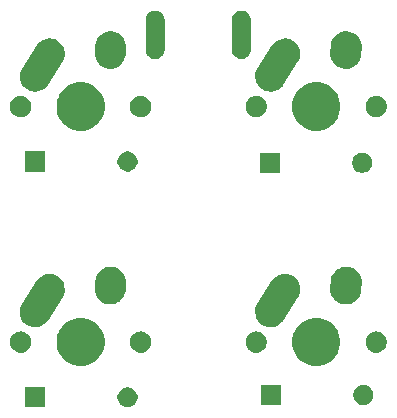
<source format=gts>
G04 #@! TF.GenerationSoftware,KiCad,Pcbnew,(5.1.4-0-10_14)*
G04 #@! TF.CreationDate,2021-05-07T18:37:14+08:00*
G04 #@! TF.ProjectId,rqm-pcb,72716d2d-7063-4622-9e6b-696361645f70,rev?*
G04 #@! TF.SameCoordinates,Original*
G04 #@! TF.FileFunction,Soldermask,Top*
G04 #@! TF.FilePolarity,Negative*
%FSLAX46Y46*%
G04 Gerber Fmt 4.6, Leading zero omitted, Abs format (unit mm)*
G04 Created by KiCad (PCBNEW (5.1.4-0-10_14)) date 2021-05-07 18:37:14*
%MOMM*%
%LPD*%
G04 APERTURE LIST*
%ADD10C,0.100000*%
G04 APERTURE END LIST*
D10*
G36*
X95918228Y-110541703D02*
G01*
X96073100Y-110605853D01*
X96212481Y-110698985D01*
X96331015Y-110817519D01*
X96424147Y-110956900D01*
X96488297Y-111111772D01*
X96521000Y-111276184D01*
X96521000Y-111443816D01*
X96488297Y-111608228D01*
X96424147Y-111763100D01*
X96331015Y-111902481D01*
X96212481Y-112021015D01*
X96073100Y-112114147D01*
X95918228Y-112178297D01*
X95753816Y-112211000D01*
X95586184Y-112211000D01*
X95421772Y-112178297D01*
X95266900Y-112114147D01*
X95127519Y-112021015D01*
X95008985Y-111902481D01*
X94915853Y-111763100D01*
X94851703Y-111608228D01*
X94819000Y-111443816D01*
X94819000Y-111276184D01*
X94851703Y-111111772D01*
X94915853Y-110956900D01*
X95008985Y-110817519D01*
X95127519Y-110698985D01*
X95266900Y-110605853D01*
X95421772Y-110541703D01*
X95586184Y-110509000D01*
X95753816Y-110509000D01*
X95918228Y-110541703D01*
X95918228Y-110541703D01*
G37*
G36*
X88721000Y-112211000D02*
G01*
X87019000Y-112211000D01*
X87019000Y-110509000D01*
X88721000Y-110509000D01*
X88721000Y-112211000D01*
X88721000Y-112211000D01*
G37*
G36*
X115888228Y-110341703D02*
G01*
X116043100Y-110405853D01*
X116182481Y-110498985D01*
X116301015Y-110617519D01*
X116394147Y-110756900D01*
X116458297Y-110911772D01*
X116491000Y-111076184D01*
X116491000Y-111243816D01*
X116458297Y-111408228D01*
X116394147Y-111563100D01*
X116301015Y-111702481D01*
X116182481Y-111821015D01*
X116043100Y-111914147D01*
X115888228Y-111978297D01*
X115723816Y-112011000D01*
X115556184Y-112011000D01*
X115391772Y-111978297D01*
X115236900Y-111914147D01*
X115097519Y-111821015D01*
X114978985Y-111702481D01*
X114885853Y-111563100D01*
X114821703Y-111408228D01*
X114789000Y-111243816D01*
X114789000Y-111076184D01*
X114821703Y-110911772D01*
X114885853Y-110756900D01*
X114978985Y-110617519D01*
X115097519Y-110498985D01*
X115236900Y-110405853D01*
X115391772Y-110341703D01*
X115556184Y-110309000D01*
X115723816Y-110309000D01*
X115888228Y-110341703D01*
X115888228Y-110341703D01*
G37*
G36*
X108691000Y-112011000D02*
G01*
X106989000Y-112011000D01*
X106989000Y-110309000D01*
X108691000Y-110309000D01*
X108691000Y-112011000D01*
X108691000Y-112011000D01*
G37*
G36*
X112240675Y-104707885D02*
G01*
X112458675Y-104798184D01*
X112612824Y-104862034D01*
X112947749Y-105085824D01*
X113232578Y-105370653D01*
X113456368Y-105705578D01*
X113520218Y-105859727D01*
X113610517Y-106077727D01*
X113689101Y-106472795D01*
X113689101Y-106875607D01*
X113610517Y-107270675D01*
X113526523Y-107473454D01*
X113456368Y-107642824D01*
X113232578Y-107977749D01*
X112947749Y-108262578D01*
X112612824Y-108486368D01*
X112458675Y-108550218D01*
X112240675Y-108640517D01*
X111845607Y-108719101D01*
X111442795Y-108719101D01*
X111047727Y-108640517D01*
X110829727Y-108550218D01*
X110675578Y-108486368D01*
X110340653Y-108262578D01*
X110055824Y-107977749D01*
X109832034Y-107642824D01*
X109761879Y-107473454D01*
X109677885Y-107270675D01*
X109599301Y-106875607D01*
X109599301Y-106472795D01*
X109677885Y-106077727D01*
X109768184Y-105859727D01*
X109832034Y-105705578D01*
X110055824Y-105370653D01*
X110340653Y-105085824D01*
X110675578Y-104862034D01*
X110829727Y-104798184D01*
X111047727Y-104707885D01*
X111442795Y-104629301D01*
X111845607Y-104629301D01*
X112240675Y-104707885D01*
X112240675Y-104707885D01*
G37*
G36*
X92300675Y-104707885D02*
G01*
X92518675Y-104798184D01*
X92672824Y-104862034D01*
X93007749Y-105085824D01*
X93292578Y-105370653D01*
X93516368Y-105705578D01*
X93580218Y-105859727D01*
X93670517Y-106077727D01*
X93749101Y-106472795D01*
X93749101Y-106875607D01*
X93670517Y-107270675D01*
X93586523Y-107473454D01*
X93516368Y-107642824D01*
X93292578Y-107977749D01*
X93007749Y-108262578D01*
X92672824Y-108486368D01*
X92518675Y-108550218D01*
X92300675Y-108640517D01*
X91905607Y-108719101D01*
X91502795Y-108719101D01*
X91107727Y-108640517D01*
X90889727Y-108550218D01*
X90735578Y-108486368D01*
X90400653Y-108262578D01*
X90115824Y-107977749D01*
X89892034Y-107642824D01*
X89821879Y-107473454D01*
X89737885Y-107270675D01*
X89659301Y-106875607D01*
X89659301Y-106472795D01*
X89737885Y-106077727D01*
X89828184Y-105859727D01*
X89892034Y-105705578D01*
X90115824Y-105370653D01*
X90400653Y-105085824D01*
X90735578Y-104862034D01*
X90889727Y-104798184D01*
X91107727Y-104707885D01*
X91502795Y-104629301D01*
X91905607Y-104629301D01*
X92300675Y-104707885D01*
X92300675Y-104707885D01*
G37*
G36*
X106740153Y-105789630D02*
G01*
X106827276Y-105806960D01*
X106936699Y-105852285D01*
X106991412Y-105874948D01*
X107138134Y-105972984D01*
X107139129Y-105973649D01*
X107264753Y-106099273D01*
X107264755Y-106099276D01*
X107363454Y-106246990D01*
X107363454Y-106246991D01*
X107431442Y-106411126D01*
X107466101Y-106585372D01*
X107466101Y-106763030D01*
X107431442Y-106937276D01*
X107386117Y-107046699D01*
X107363454Y-107101412D01*
X107265418Y-107248134D01*
X107264753Y-107249129D01*
X107139129Y-107374753D01*
X107139126Y-107374755D01*
X106991412Y-107473454D01*
X106936699Y-107496117D01*
X106827276Y-107541442D01*
X106740153Y-107558772D01*
X106653032Y-107576101D01*
X106475370Y-107576101D01*
X106388249Y-107558772D01*
X106301126Y-107541442D01*
X106191703Y-107496117D01*
X106136990Y-107473454D01*
X105989276Y-107374755D01*
X105989273Y-107374753D01*
X105863649Y-107249129D01*
X105862984Y-107248134D01*
X105764948Y-107101412D01*
X105742285Y-107046699D01*
X105696960Y-106937276D01*
X105662301Y-106763030D01*
X105662301Y-106585372D01*
X105696960Y-106411126D01*
X105764948Y-106246991D01*
X105764948Y-106246990D01*
X105863647Y-106099276D01*
X105863649Y-106099273D01*
X105989273Y-105973649D01*
X105990268Y-105972984D01*
X106136990Y-105874948D01*
X106191703Y-105852285D01*
X106301126Y-105806960D01*
X106388249Y-105789630D01*
X106475370Y-105772301D01*
X106653032Y-105772301D01*
X106740153Y-105789630D01*
X106740153Y-105789630D01*
G37*
G36*
X116900153Y-105789630D02*
G01*
X116987276Y-105806960D01*
X117096699Y-105852285D01*
X117151412Y-105874948D01*
X117298134Y-105972984D01*
X117299129Y-105973649D01*
X117424753Y-106099273D01*
X117424755Y-106099276D01*
X117523454Y-106246990D01*
X117523454Y-106246991D01*
X117591442Y-106411126D01*
X117626101Y-106585372D01*
X117626101Y-106763030D01*
X117591442Y-106937276D01*
X117546117Y-107046699D01*
X117523454Y-107101412D01*
X117425418Y-107248134D01*
X117424753Y-107249129D01*
X117299129Y-107374753D01*
X117299126Y-107374755D01*
X117151412Y-107473454D01*
X117096699Y-107496117D01*
X116987276Y-107541442D01*
X116900153Y-107558772D01*
X116813032Y-107576101D01*
X116635370Y-107576101D01*
X116548249Y-107558772D01*
X116461126Y-107541442D01*
X116351703Y-107496117D01*
X116296990Y-107473454D01*
X116149276Y-107374755D01*
X116149273Y-107374753D01*
X116023649Y-107249129D01*
X116022984Y-107248134D01*
X115924948Y-107101412D01*
X115902285Y-107046699D01*
X115856960Y-106937276D01*
X115822301Y-106763030D01*
X115822301Y-106585372D01*
X115856960Y-106411126D01*
X115924948Y-106246991D01*
X115924948Y-106246990D01*
X116023647Y-106099276D01*
X116023649Y-106099273D01*
X116149273Y-105973649D01*
X116150268Y-105972984D01*
X116296990Y-105874948D01*
X116351703Y-105852285D01*
X116461126Y-105806960D01*
X116548249Y-105789630D01*
X116635370Y-105772301D01*
X116813032Y-105772301D01*
X116900153Y-105789630D01*
X116900153Y-105789630D01*
G37*
G36*
X96960153Y-105789630D02*
G01*
X97047276Y-105806960D01*
X97156699Y-105852285D01*
X97211412Y-105874948D01*
X97358134Y-105972984D01*
X97359129Y-105973649D01*
X97484753Y-106099273D01*
X97484755Y-106099276D01*
X97583454Y-106246990D01*
X97583454Y-106246991D01*
X97651442Y-106411126D01*
X97686101Y-106585372D01*
X97686101Y-106763030D01*
X97651442Y-106937276D01*
X97606117Y-107046699D01*
X97583454Y-107101412D01*
X97485418Y-107248134D01*
X97484753Y-107249129D01*
X97359129Y-107374753D01*
X97359126Y-107374755D01*
X97211412Y-107473454D01*
X97156699Y-107496117D01*
X97047276Y-107541442D01*
X96960153Y-107558772D01*
X96873032Y-107576101D01*
X96695370Y-107576101D01*
X96608249Y-107558772D01*
X96521126Y-107541442D01*
X96411703Y-107496117D01*
X96356990Y-107473454D01*
X96209276Y-107374755D01*
X96209273Y-107374753D01*
X96083649Y-107249129D01*
X96082984Y-107248134D01*
X95984948Y-107101412D01*
X95962285Y-107046699D01*
X95916960Y-106937276D01*
X95882301Y-106763030D01*
X95882301Y-106585372D01*
X95916960Y-106411126D01*
X95984948Y-106246991D01*
X95984948Y-106246990D01*
X96083647Y-106099276D01*
X96083649Y-106099273D01*
X96209273Y-105973649D01*
X96210268Y-105972984D01*
X96356990Y-105874948D01*
X96411703Y-105852285D01*
X96521126Y-105806960D01*
X96608249Y-105789630D01*
X96695370Y-105772301D01*
X96873032Y-105772301D01*
X96960153Y-105789630D01*
X96960153Y-105789630D01*
G37*
G36*
X86800153Y-105789630D02*
G01*
X86887276Y-105806960D01*
X86996699Y-105852285D01*
X87051412Y-105874948D01*
X87198134Y-105972984D01*
X87199129Y-105973649D01*
X87324753Y-106099273D01*
X87324755Y-106099276D01*
X87423454Y-106246990D01*
X87423454Y-106246991D01*
X87491442Y-106411126D01*
X87526101Y-106585372D01*
X87526101Y-106763030D01*
X87491442Y-106937276D01*
X87446117Y-107046699D01*
X87423454Y-107101412D01*
X87325418Y-107248134D01*
X87324753Y-107249129D01*
X87199129Y-107374753D01*
X87199126Y-107374755D01*
X87051412Y-107473454D01*
X86996699Y-107496117D01*
X86887276Y-107541442D01*
X86800153Y-107558772D01*
X86713032Y-107576101D01*
X86535370Y-107576101D01*
X86448249Y-107558772D01*
X86361126Y-107541442D01*
X86251703Y-107496117D01*
X86196990Y-107473454D01*
X86049276Y-107374755D01*
X86049273Y-107374753D01*
X85923649Y-107249129D01*
X85922984Y-107248134D01*
X85824948Y-107101412D01*
X85802285Y-107046699D01*
X85756960Y-106937276D01*
X85722301Y-106763030D01*
X85722301Y-106585372D01*
X85756960Y-106411126D01*
X85824948Y-106246991D01*
X85824948Y-106246990D01*
X85923647Y-106099276D01*
X85923649Y-106099273D01*
X86049273Y-105973649D01*
X86050268Y-105972984D01*
X86196990Y-105874948D01*
X86251703Y-105852285D01*
X86361126Y-105806960D01*
X86448249Y-105789630D01*
X86535370Y-105772301D01*
X86713032Y-105772301D01*
X86800153Y-105789630D01*
X86800153Y-105789630D01*
G37*
G36*
X109135495Y-100911437D02*
G01*
X109220672Y-100917954D01*
X109260454Y-100929080D01*
X109467476Y-100986978D01*
X109696071Y-101102826D01*
X109897673Y-101261044D01*
X110064535Y-101455554D01*
X110190244Y-101678879D01*
X110268559Y-101918132D01*
X110269969Y-101922440D01*
X110297261Y-102148800D01*
X110300645Y-102176868D01*
X110281096Y-102432396D01*
X110257942Y-102515184D01*
X110212071Y-102679201D01*
X110173760Y-102754797D01*
X110125251Y-102850517D01*
X108847655Y-104855939D01*
X108805658Y-104909451D01*
X108729081Y-105007027D01*
X108534574Y-105173887D01*
X108397956Y-105250788D01*
X108311246Y-105299597D01*
X108094169Y-105370653D01*
X108067685Y-105379322D01*
X107813258Y-105409998D01*
X107813257Y-105409998D01*
X107557730Y-105390449D01*
X107310926Y-105321424D01*
X107310925Y-105321424D01*
X107310923Y-105321423D01*
X107082336Y-105205579D01*
X107082334Y-105205578D01*
X107082331Y-105205576D01*
X106880729Y-105047358D01*
X106880725Y-105047355D01*
X106713868Y-104852851D01*
X106588159Y-104629524D01*
X106588158Y-104629523D01*
X106508434Y-104385965D01*
X106508433Y-104385962D01*
X106477757Y-104131535D01*
X106477757Y-104131534D01*
X106497306Y-103876007D01*
X106566331Y-103629203D01*
X106566331Y-103629202D01*
X106646971Y-103470081D01*
X106653151Y-103457886D01*
X107930746Y-101452463D01*
X108049320Y-101301376D01*
X108193253Y-101177902D01*
X108243831Y-101134513D01*
X108467149Y-101008807D01*
X108467155Y-101008805D01*
X108710712Y-100929081D01*
X108710713Y-100929081D01*
X108710716Y-100929080D01*
X108965142Y-100898404D01*
X108965144Y-100898404D01*
X109135495Y-100911437D01*
X109135495Y-100911437D01*
G37*
G36*
X89195495Y-100911437D02*
G01*
X89280672Y-100917954D01*
X89320454Y-100929080D01*
X89527476Y-100986978D01*
X89756071Y-101102826D01*
X89957673Y-101261044D01*
X90124535Y-101455554D01*
X90250244Y-101678879D01*
X90328559Y-101918132D01*
X90329969Y-101922440D01*
X90357261Y-102148800D01*
X90360645Y-102176868D01*
X90341096Y-102432396D01*
X90317942Y-102515184D01*
X90272071Y-102679201D01*
X90233760Y-102754797D01*
X90185251Y-102850517D01*
X88907655Y-104855939D01*
X88865658Y-104909451D01*
X88789081Y-105007027D01*
X88594574Y-105173887D01*
X88457956Y-105250788D01*
X88371246Y-105299597D01*
X88154169Y-105370653D01*
X88127685Y-105379322D01*
X87873258Y-105409998D01*
X87873257Y-105409998D01*
X87617730Y-105390449D01*
X87370926Y-105321424D01*
X87370925Y-105321424D01*
X87370923Y-105321423D01*
X87142336Y-105205579D01*
X87142334Y-105205578D01*
X87142331Y-105205576D01*
X86940729Y-105047358D01*
X86940725Y-105047355D01*
X86773868Y-104852851D01*
X86648159Y-104629524D01*
X86648158Y-104629523D01*
X86568434Y-104385965D01*
X86568433Y-104385962D01*
X86537757Y-104131535D01*
X86537757Y-104131534D01*
X86557306Y-103876007D01*
X86626331Y-103629203D01*
X86626331Y-103629202D01*
X86706971Y-103470081D01*
X86713151Y-103457886D01*
X87990746Y-101452463D01*
X88109320Y-101301376D01*
X88253253Y-101177902D01*
X88303831Y-101134513D01*
X88527149Y-101008807D01*
X88527155Y-101008805D01*
X88770712Y-100929081D01*
X88770713Y-100929081D01*
X88770716Y-100929080D01*
X89025142Y-100898404D01*
X89025144Y-100898404D01*
X89195495Y-100911437D01*
X89195495Y-100911437D01*
G37*
G36*
X114525580Y-100333014D02*
G01*
X114765192Y-100423914D01*
X114982466Y-100559814D01*
X115169053Y-100735489D01*
X115280410Y-100891751D01*
X115317781Y-100944191D01*
X115422936Y-101177898D01*
X115422937Y-101177902D01*
X115480477Y-101427629D01*
X115486259Y-101619595D01*
X115486258Y-101619603D01*
X115438117Y-102325772D01*
X115406336Y-102515184D01*
X115315436Y-102754796D01*
X115179536Y-102972070D01*
X115003861Y-103158657D01*
X114847599Y-103270014D01*
X114795159Y-103307385D01*
X114561452Y-103412540D01*
X114561448Y-103412541D01*
X114311722Y-103470081D01*
X114055567Y-103477795D01*
X114055563Y-103477795D01*
X113802822Y-103435388D01*
X113563210Y-103344488D01*
X113345936Y-103208588D01*
X113292904Y-103158657D01*
X113159349Y-103032913D01*
X113029367Y-102850516D01*
X113010621Y-102824211D01*
X112905466Y-102590504D01*
X112847925Y-102340772D01*
X112847473Y-102325772D01*
X112842143Y-102148809D01*
X112890285Y-101442629D01*
X112913986Y-101301376D01*
X112922066Y-101253218D01*
X113012966Y-101013606D01*
X113148866Y-100796332D01*
X113206151Y-100735489D01*
X113324541Y-100609745D01*
X113480803Y-100498388D01*
X113533243Y-100461017D01*
X113766950Y-100355862D01*
X113766954Y-100355861D01*
X114016680Y-100298321D01*
X114272835Y-100290607D01*
X114272839Y-100290607D01*
X114525580Y-100333014D01*
X114525580Y-100333014D01*
G37*
G36*
X94585580Y-100333014D02*
G01*
X94825192Y-100423914D01*
X95042466Y-100559814D01*
X95229053Y-100735489D01*
X95340410Y-100891751D01*
X95377781Y-100944191D01*
X95482936Y-101177898D01*
X95482937Y-101177902D01*
X95540477Y-101427629D01*
X95546259Y-101619595D01*
X95546258Y-101619603D01*
X95498117Y-102325772D01*
X95466336Y-102515184D01*
X95375436Y-102754796D01*
X95239536Y-102972070D01*
X95063861Y-103158657D01*
X94907599Y-103270014D01*
X94855159Y-103307385D01*
X94621452Y-103412540D01*
X94621448Y-103412541D01*
X94371722Y-103470081D01*
X94115567Y-103477795D01*
X94115563Y-103477795D01*
X93862822Y-103435388D01*
X93623210Y-103344488D01*
X93405936Y-103208588D01*
X93352904Y-103158657D01*
X93219349Y-103032913D01*
X93089367Y-102850516D01*
X93070621Y-102824211D01*
X92965466Y-102590504D01*
X92907925Y-102340772D01*
X92907473Y-102325772D01*
X92902143Y-102148809D01*
X92950285Y-101442629D01*
X92973986Y-101301376D01*
X92982066Y-101253218D01*
X93072966Y-101013606D01*
X93208866Y-100796332D01*
X93266151Y-100735489D01*
X93384541Y-100609745D01*
X93540803Y-100498388D01*
X93593243Y-100461017D01*
X93826950Y-100355862D01*
X93826954Y-100355861D01*
X94076680Y-100298321D01*
X94332835Y-100290607D01*
X94332839Y-100290607D01*
X94585580Y-100333014D01*
X94585580Y-100333014D01*
G37*
G36*
X115788228Y-90671703D02*
G01*
X115943100Y-90735853D01*
X116082481Y-90828985D01*
X116201015Y-90947519D01*
X116294147Y-91086900D01*
X116358297Y-91241772D01*
X116391000Y-91406184D01*
X116391000Y-91573816D01*
X116358297Y-91738228D01*
X116294147Y-91893100D01*
X116201015Y-92032481D01*
X116082481Y-92151015D01*
X115943100Y-92244147D01*
X115788228Y-92308297D01*
X115623816Y-92341000D01*
X115456184Y-92341000D01*
X115291772Y-92308297D01*
X115136900Y-92244147D01*
X114997519Y-92151015D01*
X114878985Y-92032481D01*
X114785853Y-91893100D01*
X114721703Y-91738228D01*
X114689000Y-91573816D01*
X114689000Y-91406184D01*
X114721703Y-91241772D01*
X114785853Y-91086900D01*
X114878985Y-90947519D01*
X114997519Y-90828985D01*
X115136900Y-90735853D01*
X115291772Y-90671703D01*
X115456184Y-90639000D01*
X115623816Y-90639000D01*
X115788228Y-90671703D01*
X115788228Y-90671703D01*
G37*
G36*
X108591000Y-92341000D02*
G01*
X106889000Y-92341000D01*
X106889000Y-90639000D01*
X108591000Y-90639000D01*
X108591000Y-92341000D01*
X108591000Y-92341000D01*
G37*
G36*
X95918228Y-90571703D02*
G01*
X96073100Y-90635853D01*
X96212481Y-90728985D01*
X96331015Y-90847519D01*
X96424147Y-90986900D01*
X96488297Y-91141772D01*
X96521000Y-91306184D01*
X96521000Y-91473816D01*
X96488297Y-91638228D01*
X96424147Y-91793100D01*
X96331015Y-91932481D01*
X96212481Y-92051015D01*
X96073100Y-92144147D01*
X95918228Y-92208297D01*
X95753816Y-92241000D01*
X95586184Y-92241000D01*
X95421772Y-92208297D01*
X95266900Y-92144147D01*
X95127519Y-92051015D01*
X95008985Y-91932481D01*
X94915853Y-91793100D01*
X94851703Y-91638228D01*
X94819000Y-91473816D01*
X94819000Y-91306184D01*
X94851703Y-91141772D01*
X94915853Y-90986900D01*
X95008985Y-90847519D01*
X95127519Y-90728985D01*
X95266900Y-90635853D01*
X95421772Y-90571703D01*
X95586184Y-90539000D01*
X95753816Y-90539000D01*
X95918228Y-90571703D01*
X95918228Y-90571703D01*
G37*
G36*
X88721000Y-92241000D02*
G01*
X87019000Y-92241000D01*
X87019000Y-90539000D01*
X88721000Y-90539000D01*
X88721000Y-92241000D01*
X88721000Y-92241000D01*
G37*
G36*
X112240675Y-84767885D02*
G01*
X112458675Y-84858184D01*
X112612824Y-84922034D01*
X112947749Y-85145824D01*
X113232578Y-85430653D01*
X113456368Y-85765578D01*
X113520218Y-85919727D01*
X113610517Y-86137727D01*
X113689101Y-86532795D01*
X113689101Y-86935607D01*
X113610517Y-87330675D01*
X113526523Y-87533454D01*
X113456368Y-87702824D01*
X113232578Y-88037749D01*
X112947749Y-88322578D01*
X112612824Y-88546368D01*
X112458675Y-88610218D01*
X112240675Y-88700517D01*
X111845607Y-88779101D01*
X111442795Y-88779101D01*
X111047727Y-88700517D01*
X110829727Y-88610218D01*
X110675578Y-88546368D01*
X110340653Y-88322578D01*
X110055824Y-88037749D01*
X109832034Y-87702824D01*
X109761879Y-87533454D01*
X109677885Y-87330675D01*
X109599301Y-86935607D01*
X109599301Y-86532795D01*
X109677885Y-86137727D01*
X109768184Y-85919727D01*
X109832034Y-85765578D01*
X110055824Y-85430653D01*
X110340653Y-85145824D01*
X110675578Y-84922034D01*
X110829727Y-84858184D01*
X111047727Y-84767885D01*
X111442795Y-84689301D01*
X111845607Y-84689301D01*
X112240675Y-84767885D01*
X112240675Y-84767885D01*
G37*
G36*
X92300675Y-84767885D02*
G01*
X92518675Y-84858184D01*
X92672824Y-84922034D01*
X93007749Y-85145824D01*
X93292578Y-85430653D01*
X93516368Y-85765578D01*
X93580218Y-85919727D01*
X93670517Y-86137727D01*
X93749101Y-86532795D01*
X93749101Y-86935607D01*
X93670517Y-87330675D01*
X93586523Y-87533454D01*
X93516368Y-87702824D01*
X93292578Y-88037749D01*
X93007749Y-88322578D01*
X92672824Y-88546368D01*
X92518675Y-88610218D01*
X92300675Y-88700517D01*
X91905607Y-88779101D01*
X91502795Y-88779101D01*
X91107727Y-88700517D01*
X90889727Y-88610218D01*
X90735578Y-88546368D01*
X90400653Y-88322578D01*
X90115824Y-88037749D01*
X89892034Y-87702824D01*
X89821879Y-87533454D01*
X89737885Y-87330675D01*
X89659301Y-86935607D01*
X89659301Y-86532795D01*
X89737885Y-86137727D01*
X89828184Y-85919727D01*
X89892034Y-85765578D01*
X90115824Y-85430653D01*
X90400653Y-85145824D01*
X90735578Y-84922034D01*
X90889727Y-84858184D01*
X91107727Y-84767885D01*
X91502795Y-84689301D01*
X91905607Y-84689301D01*
X92300675Y-84767885D01*
X92300675Y-84767885D01*
G37*
G36*
X106740153Y-85849630D02*
G01*
X106827276Y-85866960D01*
X106936699Y-85912285D01*
X106991412Y-85934948D01*
X107138134Y-86032984D01*
X107139129Y-86033649D01*
X107264753Y-86159273D01*
X107264755Y-86159276D01*
X107363454Y-86306990D01*
X107363454Y-86306991D01*
X107431442Y-86471126D01*
X107466101Y-86645372D01*
X107466101Y-86823030D01*
X107431442Y-86997276D01*
X107386117Y-87106699D01*
X107363454Y-87161412D01*
X107265418Y-87308134D01*
X107264753Y-87309129D01*
X107139129Y-87434753D01*
X107139126Y-87434755D01*
X106991412Y-87533454D01*
X106936699Y-87556117D01*
X106827276Y-87601442D01*
X106740153Y-87618771D01*
X106653032Y-87636101D01*
X106475370Y-87636101D01*
X106388249Y-87618772D01*
X106301126Y-87601442D01*
X106191703Y-87556117D01*
X106136990Y-87533454D01*
X105989276Y-87434755D01*
X105989273Y-87434753D01*
X105863649Y-87309129D01*
X105862984Y-87308134D01*
X105764948Y-87161412D01*
X105742285Y-87106699D01*
X105696960Y-86997276D01*
X105662301Y-86823030D01*
X105662301Y-86645372D01*
X105696960Y-86471126D01*
X105764948Y-86306991D01*
X105764948Y-86306990D01*
X105863647Y-86159276D01*
X105863649Y-86159273D01*
X105989273Y-86033649D01*
X105990268Y-86032984D01*
X106136990Y-85934948D01*
X106191703Y-85912285D01*
X106301126Y-85866960D01*
X106388249Y-85849631D01*
X106475370Y-85832301D01*
X106653032Y-85832301D01*
X106740153Y-85849630D01*
X106740153Y-85849630D01*
G37*
G36*
X116900153Y-85849630D02*
G01*
X116987276Y-85866960D01*
X117096699Y-85912285D01*
X117151412Y-85934948D01*
X117298134Y-86032984D01*
X117299129Y-86033649D01*
X117424753Y-86159273D01*
X117424755Y-86159276D01*
X117523454Y-86306990D01*
X117523454Y-86306991D01*
X117591442Y-86471126D01*
X117626101Y-86645372D01*
X117626101Y-86823030D01*
X117591442Y-86997276D01*
X117546117Y-87106699D01*
X117523454Y-87161412D01*
X117425418Y-87308134D01*
X117424753Y-87309129D01*
X117299129Y-87434753D01*
X117299126Y-87434755D01*
X117151412Y-87533454D01*
X117096699Y-87556117D01*
X116987276Y-87601442D01*
X116900153Y-87618771D01*
X116813032Y-87636101D01*
X116635370Y-87636101D01*
X116548249Y-87618772D01*
X116461126Y-87601442D01*
X116351703Y-87556117D01*
X116296990Y-87533454D01*
X116149276Y-87434755D01*
X116149273Y-87434753D01*
X116023649Y-87309129D01*
X116022984Y-87308134D01*
X115924948Y-87161412D01*
X115902285Y-87106699D01*
X115856960Y-86997276D01*
X115822301Y-86823030D01*
X115822301Y-86645372D01*
X115856960Y-86471126D01*
X115924948Y-86306991D01*
X115924948Y-86306990D01*
X116023647Y-86159276D01*
X116023649Y-86159273D01*
X116149273Y-86033649D01*
X116150268Y-86032984D01*
X116296990Y-85934948D01*
X116351703Y-85912285D01*
X116461126Y-85866960D01*
X116548249Y-85849631D01*
X116635370Y-85832301D01*
X116813032Y-85832301D01*
X116900153Y-85849630D01*
X116900153Y-85849630D01*
G37*
G36*
X86800153Y-85849630D02*
G01*
X86887276Y-85866960D01*
X86996699Y-85912285D01*
X87051412Y-85934948D01*
X87198134Y-86032984D01*
X87199129Y-86033649D01*
X87324753Y-86159273D01*
X87324755Y-86159276D01*
X87423454Y-86306990D01*
X87423454Y-86306991D01*
X87491442Y-86471126D01*
X87526101Y-86645372D01*
X87526101Y-86823030D01*
X87491442Y-86997276D01*
X87446117Y-87106699D01*
X87423454Y-87161412D01*
X87325418Y-87308134D01*
X87324753Y-87309129D01*
X87199129Y-87434753D01*
X87199126Y-87434755D01*
X87051412Y-87533454D01*
X86996699Y-87556117D01*
X86887276Y-87601442D01*
X86800153Y-87618772D01*
X86713032Y-87636101D01*
X86535370Y-87636101D01*
X86448249Y-87618772D01*
X86361126Y-87601442D01*
X86251703Y-87556117D01*
X86196990Y-87533454D01*
X86049276Y-87434755D01*
X86049273Y-87434753D01*
X85923649Y-87309129D01*
X85922984Y-87308134D01*
X85824948Y-87161412D01*
X85802285Y-87106699D01*
X85756960Y-86997276D01*
X85722301Y-86823030D01*
X85722301Y-86645372D01*
X85756960Y-86471126D01*
X85824948Y-86306991D01*
X85824948Y-86306990D01*
X85923647Y-86159276D01*
X85923649Y-86159273D01*
X86049273Y-86033649D01*
X86050268Y-86032984D01*
X86196990Y-85934948D01*
X86251703Y-85912285D01*
X86361126Y-85866960D01*
X86448249Y-85849630D01*
X86535370Y-85832301D01*
X86713032Y-85832301D01*
X86800153Y-85849630D01*
X86800153Y-85849630D01*
G37*
G36*
X96960153Y-85849630D02*
G01*
X97047276Y-85866960D01*
X97156699Y-85912285D01*
X97211412Y-85934948D01*
X97358134Y-86032984D01*
X97359129Y-86033649D01*
X97484753Y-86159273D01*
X97484755Y-86159276D01*
X97583454Y-86306990D01*
X97583454Y-86306991D01*
X97651442Y-86471126D01*
X97686101Y-86645372D01*
X97686101Y-86823030D01*
X97651442Y-86997276D01*
X97606117Y-87106699D01*
X97583454Y-87161412D01*
X97485418Y-87308134D01*
X97484753Y-87309129D01*
X97359129Y-87434753D01*
X97359126Y-87434755D01*
X97211412Y-87533454D01*
X97156699Y-87556117D01*
X97047276Y-87601442D01*
X96960153Y-87618771D01*
X96873032Y-87636101D01*
X96695370Y-87636101D01*
X96608249Y-87618772D01*
X96521126Y-87601442D01*
X96411703Y-87556117D01*
X96356990Y-87533454D01*
X96209276Y-87434755D01*
X96209273Y-87434753D01*
X96083649Y-87309129D01*
X96082984Y-87308134D01*
X95984948Y-87161412D01*
X95962285Y-87106699D01*
X95916960Y-86997276D01*
X95882301Y-86823030D01*
X95882301Y-86645372D01*
X95916960Y-86471126D01*
X95984948Y-86306991D01*
X95984948Y-86306990D01*
X96083647Y-86159276D01*
X96083649Y-86159273D01*
X96209273Y-86033649D01*
X96210268Y-86032984D01*
X96356990Y-85934948D01*
X96411703Y-85912285D01*
X96521126Y-85866960D01*
X96608249Y-85849630D01*
X96695370Y-85832301D01*
X96873032Y-85832301D01*
X96960153Y-85849630D01*
X96960153Y-85849630D01*
G37*
G36*
X109135495Y-80971437D02*
G01*
X109220672Y-80977954D01*
X109260454Y-80989080D01*
X109467476Y-81046978D01*
X109696071Y-81162826D01*
X109897673Y-81321044D01*
X110064535Y-81515554D01*
X110190244Y-81738879D01*
X110259136Y-81949345D01*
X110269969Y-81982440D01*
X110280167Y-82067023D01*
X110300645Y-82236868D01*
X110281096Y-82492396D01*
X110236878Y-82650500D01*
X110212071Y-82739201D01*
X110173760Y-82814797D01*
X110125251Y-82910517D01*
X108847655Y-84915939D01*
X108805658Y-84969451D01*
X108729081Y-85067027D01*
X108534574Y-85233887D01*
X108397956Y-85310788D01*
X108311246Y-85359597D01*
X108094169Y-85430653D01*
X108067685Y-85439322D01*
X107813258Y-85469998D01*
X107813257Y-85469998D01*
X107557730Y-85450449D01*
X107310926Y-85381424D01*
X107310925Y-85381424D01*
X107310923Y-85381423D01*
X107082336Y-85265579D01*
X107082334Y-85265578D01*
X107082331Y-85265576D01*
X106880729Y-85107358D01*
X106880725Y-85107355D01*
X106713868Y-84912851D01*
X106588159Y-84689524D01*
X106588158Y-84689523D01*
X106508434Y-84445965D01*
X106508433Y-84445962D01*
X106477757Y-84191535D01*
X106477757Y-84191534D01*
X106497306Y-83936007D01*
X106566331Y-83689203D01*
X106566331Y-83689202D01*
X106646971Y-83530081D01*
X106653151Y-83517886D01*
X107930746Y-81512463D01*
X108049320Y-81361376D01*
X108193253Y-81237902D01*
X108243831Y-81194513D01*
X108467149Y-81068807D01*
X108467155Y-81068805D01*
X108710712Y-80989081D01*
X108710713Y-80989081D01*
X108710716Y-80989080D01*
X108965142Y-80958404D01*
X108965144Y-80958404D01*
X109135495Y-80971437D01*
X109135495Y-80971437D01*
G37*
G36*
X89195495Y-80971437D02*
G01*
X89280672Y-80977954D01*
X89320454Y-80989080D01*
X89527476Y-81046978D01*
X89756071Y-81162826D01*
X89957673Y-81321044D01*
X90124535Y-81515554D01*
X90250244Y-81738879D01*
X90319136Y-81949345D01*
X90329969Y-81982440D01*
X90340167Y-82067023D01*
X90360645Y-82236868D01*
X90341096Y-82492396D01*
X90296878Y-82650500D01*
X90272071Y-82739201D01*
X90233760Y-82814797D01*
X90185251Y-82910517D01*
X88907655Y-84915939D01*
X88865658Y-84969451D01*
X88789081Y-85067027D01*
X88594574Y-85233887D01*
X88457956Y-85310788D01*
X88371246Y-85359597D01*
X88154169Y-85430653D01*
X88127685Y-85439322D01*
X87873258Y-85469998D01*
X87873257Y-85469998D01*
X87617730Y-85450449D01*
X87370926Y-85381424D01*
X87370925Y-85381424D01*
X87370923Y-85381423D01*
X87142336Y-85265579D01*
X87142334Y-85265578D01*
X87142331Y-85265576D01*
X86940729Y-85107358D01*
X86940725Y-85107355D01*
X86773868Y-84912851D01*
X86648159Y-84689524D01*
X86648158Y-84689523D01*
X86568434Y-84445965D01*
X86568433Y-84445962D01*
X86537757Y-84191535D01*
X86537757Y-84191534D01*
X86557306Y-83936007D01*
X86626331Y-83689203D01*
X86626331Y-83689202D01*
X86706971Y-83530081D01*
X86713151Y-83517886D01*
X87990746Y-81512463D01*
X88109320Y-81361376D01*
X88253253Y-81237902D01*
X88303831Y-81194513D01*
X88527149Y-81068807D01*
X88527155Y-81068805D01*
X88770712Y-80989081D01*
X88770713Y-80989081D01*
X88770716Y-80989080D01*
X89025142Y-80958404D01*
X89025144Y-80958404D01*
X89195495Y-80971437D01*
X89195495Y-80971437D01*
G37*
G36*
X114525580Y-80393014D02*
G01*
X114765192Y-80483914D01*
X114982466Y-80619814D01*
X115169053Y-80795489D01*
X115280410Y-80951751D01*
X115317781Y-81004191D01*
X115422936Y-81237898D01*
X115422937Y-81237902D01*
X115480477Y-81487629D01*
X115486259Y-81679595D01*
X115486258Y-81679603D01*
X115438117Y-82385772D01*
X115406336Y-82575184D01*
X115315436Y-82814796D01*
X115179536Y-83032070D01*
X115003861Y-83218657D01*
X114847599Y-83330014D01*
X114795159Y-83367385D01*
X114561452Y-83472540D01*
X114561448Y-83472541D01*
X114311722Y-83530081D01*
X114055567Y-83537795D01*
X114055563Y-83537795D01*
X113802822Y-83495388D01*
X113563210Y-83404488D01*
X113345936Y-83268588D01*
X113292904Y-83218657D01*
X113159349Y-83092913D01*
X113029367Y-82910516D01*
X113010621Y-82884211D01*
X112905466Y-82650504D01*
X112847925Y-82400772D01*
X112846612Y-82357165D01*
X112842143Y-82208809D01*
X112890285Y-81502629D01*
X112913986Y-81361376D01*
X112922066Y-81313218D01*
X113012966Y-81073606D01*
X113148866Y-80856332D01*
X113206151Y-80795489D01*
X113324541Y-80669745D01*
X113480803Y-80558388D01*
X113533243Y-80521017D01*
X113766950Y-80415862D01*
X113766954Y-80415861D01*
X114016680Y-80358321D01*
X114272835Y-80350607D01*
X114272839Y-80350607D01*
X114525580Y-80393014D01*
X114525580Y-80393014D01*
G37*
G36*
X94585580Y-80393014D02*
G01*
X94825192Y-80483914D01*
X95042466Y-80619814D01*
X95229053Y-80795489D01*
X95340410Y-80951751D01*
X95377781Y-81004191D01*
X95482936Y-81237898D01*
X95482937Y-81237902D01*
X95540477Y-81487629D01*
X95546259Y-81679595D01*
X95546258Y-81679603D01*
X95498117Y-82385772D01*
X95466336Y-82575184D01*
X95375436Y-82814796D01*
X95239536Y-83032070D01*
X95063861Y-83218657D01*
X94907599Y-83330014D01*
X94855159Y-83367385D01*
X94621452Y-83472540D01*
X94621448Y-83472541D01*
X94371722Y-83530081D01*
X94115567Y-83537795D01*
X94115563Y-83537795D01*
X93862822Y-83495388D01*
X93623210Y-83404488D01*
X93405936Y-83268588D01*
X93352904Y-83218657D01*
X93219349Y-83092913D01*
X93089367Y-82910516D01*
X93070621Y-82884211D01*
X92965466Y-82650504D01*
X92907925Y-82400772D01*
X92906612Y-82357165D01*
X92902143Y-82208809D01*
X92950285Y-81502629D01*
X92973986Y-81361376D01*
X92982066Y-81313218D01*
X93072966Y-81073606D01*
X93208866Y-80856332D01*
X93266151Y-80795489D01*
X93384541Y-80669745D01*
X93540803Y-80558388D01*
X93593243Y-80521017D01*
X93826950Y-80415862D01*
X93826954Y-80415861D01*
X94076680Y-80358321D01*
X94332835Y-80350607D01*
X94332839Y-80350607D01*
X94585580Y-80393014D01*
X94585580Y-80393014D01*
G37*
G36*
X105457022Y-78620590D02*
G01*
X105557681Y-78651125D01*
X105608012Y-78666392D01*
X105747164Y-78740771D01*
X105869133Y-78840867D01*
X105969229Y-78962835D01*
X106043608Y-79101987D01*
X106058875Y-79152318D01*
X106089410Y-79252977D01*
X106101000Y-79370655D01*
X106101000Y-81949345D01*
X106089410Y-82067023D01*
X106058875Y-82167682D01*
X106043608Y-82218013D01*
X105969229Y-82357165D01*
X105869133Y-82479133D01*
X105747165Y-82579229D01*
X105608013Y-82653608D01*
X105557682Y-82668875D01*
X105457023Y-82699410D01*
X105300000Y-82714875D01*
X105142978Y-82699410D01*
X105042319Y-82668875D01*
X104991988Y-82653608D01*
X104852836Y-82579229D01*
X104730868Y-82479133D01*
X104630772Y-82357165D01*
X104556393Y-82218013D01*
X104541126Y-82167682D01*
X104510591Y-82067023D01*
X104499001Y-81949345D01*
X104499000Y-79370656D01*
X104510590Y-79252978D01*
X104556392Y-79101989D01*
X104556392Y-79101988D01*
X104630771Y-78962836D01*
X104630772Y-78962835D01*
X104730867Y-78840867D01*
X104852835Y-78740771D01*
X104991987Y-78666392D01*
X105042318Y-78651125D01*
X105142977Y-78620590D01*
X105300000Y-78605125D01*
X105457022Y-78620590D01*
X105457022Y-78620590D01*
G37*
G36*
X98157022Y-78620590D02*
G01*
X98257681Y-78651125D01*
X98308012Y-78666392D01*
X98447164Y-78740771D01*
X98569133Y-78840867D01*
X98669229Y-78962835D01*
X98743608Y-79101987D01*
X98758875Y-79152318D01*
X98789410Y-79252977D01*
X98801000Y-79370655D01*
X98801000Y-81949345D01*
X98789410Y-82067023D01*
X98758875Y-82167682D01*
X98743608Y-82218013D01*
X98669229Y-82357165D01*
X98569133Y-82479133D01*
X98447165Y-82579229D01*
X98308013Y-82653608D01*
X98257682Y-82668875D01*
X98157023Y-82699410D01*
X98000000Y-82714875D01*
X97842978Y-82699410D01*
X97742319Y-82668875D01*
X97691988Y-82653608D01*
X97552836Y-82579229D01*
X97430868Y-82479133D01*
X97330772Y-82357165D01*
X97256393Y-82218013D01*
X97241126Y-82167682D01*
X97210591Y-82067023D01*
X97199001Y-81949345D01*
X97199000Y-79370656D01*
X97210590Y-79252978D01*
X97256392Y-79101989D01*
X97256392Y-79101988D01*
X97330771Y-78962836D01*
X97330772Y-78962835D01*
X97430867Y-78840867D01*
X97552835Y-78740771D01*
X97691987Y-78666392D01*
X97742318Y-78651125D01*
X97842977Y-78620590D01*
X98000000Y-78605125D01*
X98157022Y-78620590D01*
X98157022Y-78620590D01*
G37*
M02*

</source>
